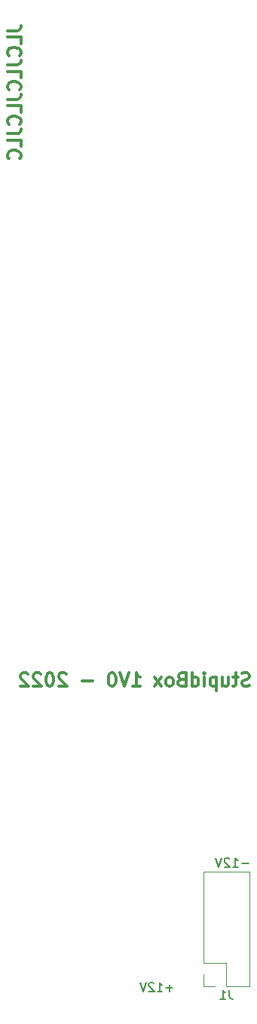
<source format=gbo>
G04 #@! TF.GenerationSoftware,KiCad,Pcbnew,(6.0.0)*
G04 #@! TF.CreationDate,2022-01-24T23:25:09+01:00*
G04 #@! TF.ProjectId,StupidBox,53747570-6964-4426-9f78-2e6b69636164,rev?*
G04 #@! TF.SameCoordinates,Original*
G04 #@! TF.FileFunction,Legend,Bot*
G04 #@! TF.FilePolarity,Positive*
%FSLAX46Y46*%
G04 Gerber Fmt 4.6, Leading zero omitted, Abs format (unit mm)*
G04 Created by KiCad (PCBNEW (6.0.0)) date 2022-01-24 23:25:09*
%MOMM*%
%LPD*%
G01*
G04 APERTURE LIST*
%ADD10C,0.300000*%
%ADD11C,0.150000*%
%ADD12C,0.120000*%
%ADD13R,1.600000X1.600000*%
%ADD14C,1.600000*%
%ADD15C,1.400000*%
%ADD16O,1.600000X1.600000*%
%ADD17R,1.800000X1.800000*%
%ADD18C,1.800000*%
%ADD19R,1.930000X1.830000*%
%ADD20C,2.130000*%
%ADD21C,1.500000*%
%ADD22C,4.000000*%
%ADD23R,1.700000X1.700000*%
%ADD24O,1.700000X1.700000*%
G04 APERTURE END LIST*
D10*
X57857142Y-105607142D02*
X57642857Y-105678571D01*
X57285714Y-105678571D01*
X57142857Y-105607142D01*
X57071428Y-105535714D01*
X57000000Y-105392857D01*
X57000000Y-105250000D01*
X57071428Y-105107142D01*
X57142857Y-105035714D01*
X57285714Y-104964285D01*
X57571428Y-104892857D01*
X57714285Y-104821428D01*
X57785714Y-104750000D01*
X57857142Y-104607142D01*
X57857142Y-104464285D01*
X57785714Y-104321428D01*
X57714285Y-104250000D01*
X57571428Y-104178571D01*
X57214285Y-104178571D01*
X57000000Y-104250000D01*
X56571428Y-104678571D02*
X56000000Y-104678571D01*
X56357142Y-104178571D02*
X56357142Y-105464285D01*
X56285714Y-105607142D01*
X56142857Y-105678571D01*
X56000000Y-105678571D01*
X54857142Y-104678571D02*
X54857142Y-105678571D01*
X55500000Y-104678571D02*
X55500000Y-105464285D01*
X55428571Y-105607142D01*
X55285714Y-105678571D01*
X55071428Y-105678571D01*
X54928571Y-105607142D01*
X54857142Y-105535714D01*
X54142857Y-104678571D02*
X54142857Y-106178571D01*
X54142857Y-104750000D02*
X54000000Y-104678571D01*
X53714285Y-104678571D01*
X53571428Y-104750000D01*
X53500000Y-104821428D01*
X53428571Y-104964285D01*
X53428571Y-105392857D01*
X53500000Y-105535714D01*
X53571428Y-105607142D01*
X53714285Y-105678571D01*
X54000000Y-105678571D01*
X54142857Y-105607142D01*
X52785714Y-105678571D02*
X52785714Y-104678571D01*
X52785714Y-104178571D02*
X52857142Y-104250000D01*
X52785714Y-104321428D01*
X52714285Y-104250000D01*
X52785714Y-104178571D01*
X52785714Y-104321428D01*
X51428571Y-105678571D02*
X51428571Y-104178571D01*
X51428571Y-105607142D02*
X51571428Y-105678571D01*
X51857142Y-105678571D01*
X52000000Y-105607142D01*
X52071428Y-105535714D01*
X52142857Y-105392857D01*
X52142857Y-104964285D01*
X52071428Y-104821428D01*
X52000000Y-104750000D01*
X51857142Y-104678571D01*
X51571428Y-104678571D01*
X51428571Y-104750000D01*
X50214285Y-104892857D02*
X50000000Y-104964285D01*
X49928571Y-105035714D01*
X49857142Y-105178571D01*
X49857142Y-105392857D01*
X49928571Y-105535714D01*
X50000000Y-105607142D01*
X50142857Y-105678571D01*
X50714285Y-105678571D01*
X50714285Y-104178571D01*
X50214285Y-104178571D01*
X50071428Y-104250000D01*
X50000000Y-104321428D01*
X49928571Y-104464285D01*
X49928571Y-104607142D01*
X50000000Y-104750000D01*
X50071428Y-104821428D01*
X50214285Y-104892857D01*
X50714285Y-104892857D01*
X49000000Y-105678571D02*
X49142857Y-105607142D01*
X49214285Y-105535714D01*
X49285714Y-105392857D01*
X49285714Y-104964285D01*
X49214285Y-104821428D01*
X49142857Y-104750000D01*
X49000000Y-104678571D01*
X48785714Y-104678571D01*
X48642857Y-104750000D01*
X48571428Y-104821428D01*
X48500000Y-104964285D01*
X48500000Y-105392857D01*
X48571428Y-105535714D01*
X48642857Y-105607142D01*
X48785714Y-105678571D01*
X49000000Y-105678571D01*
X48000000Y-105678571D02*
X47214285Y-104678571D01*
X48000000Y-104678571D02*
X47214285Y-105678571D01*
X44714285Y-105678571D02*
X45571428Y-105678571D01*
X45142857Y-105678571D02*
X45142857Y-104178571D01*
X45285714Y-104392857D01*
X45428571Y-104535714D01*
X45571428Y-104607142D01*
X44285714Y-104178571D02*
X43785714Y-105678571D01*
X43285714Y-104178571D01*
X42500000Y-104178571D02*
X42357142Y-104178571D01*
X42214285Y-104250000D01*
X42142857Y-104321428D01*
X42071428Y-104464285D01*
X42000000Y-104750000D01*
X42000000Y-105107142D01*
X42071428Y-105392857D01*
X42142857Y-105535714D01*
X42214285Y-105607142D01*
X42357142Y-105678571D01*
X42500000Y-105678571D01*
X42642857Y-105607142D01*
X42714285Y-105535714D01*
X42785714Y-105392857D01*
X42857142Y-105107142D01*
X42857142Y-104750000D01*
X42785714Y-104464285D01*
X42714285Y-104321428D01*
X42642857Y-104250000D01*
X42500000Y-104178571D01*
X40214285Y-105107142D02*
X39071428Y-105107142D01*
X37285714Y-104321428D02*
X37214285Y-104250000D01*
X37071428Y-104178571D01*
X36714285Y-104178571D01*
X36571428Y-104250000D01*
X36500000Y-104321428D01*
X36428571Y-104464285D01*
X36428571Y-104607142D01*
X36500000Y-104821428D01*
X37357142Y-105678571D01*
X36428571Y-105678571D01*
X35500000Y-104178571D02*
X35357142Y-104178571D01*
X35214285Y-104250000D01*
X35142857Y-104321428D01*
X35071428Y-104464285D01*
X35000000Y-104750000D01*
X35000000Y-105107142D01*
X35071428Y-105392857D01*
X35142857Y-105535714D01*
X35214285Y-105607142D01*
X35357142Y-105678571D01*
X35500000Y-105678571D01*
X35642857Y-105607142D01*
X35714285Y-105535714D01*
X35785714Y-105392857D01*
X35857142Y-105107142D01*
X35857142Y-104750000D01*
X35785714Y-104464285D01*
X35714285Y-104321428D01*
X35642857Y-104250000D01*
X35500000Y-104178571D01*
X34428571Y-104321428D02*
X34357142Y-104250000D01*
X34214285Y-104178571D01*
X33857142Y-104178571D01*
X33714285Y-104250000D01*
X33642857Y-104321428D01*
X33571428Y-104464285D01*
X33571428Y-104607142D01*
X33642857Y-104821428D01*
X34500000Y-105678571D01*
X33571428Y-105678571D01*
X33000000Y-104321428D02*
X32928571Y-104250000D01*
X32785714Y-104178571D01*
X32428571Y-104178571D01*
X32285714Y-104250000D01*
X32214285Y-104321428D01*
X32142857Y-104464285D01*
X32142857Y-104607142D01*
X32214285Y-104821428D01*
X33071428Y-105678571D01*
X32142857Y-105678571D01*
D11*
X49261904Y-139571428D02*
X48500000Y-139571428D01*
X48880952Y-139952380D02*
X48880952Y-139190476D01*
X47500000Y-139952380D02*
X48071428Y-139952380D01*
X47785714Y-139952380D02*
X47785714Y-138952380D01*
X47880952Y-139095238D01*
X47976190Y-139190476D01*
X48071428Y-139238095D01*
X47119047Y-139047619D02*
X47071428Y-139000000D01*
X46976190Y-138952380D01*
X46738095Y-138952380D01*
X46642857Y-139000000D01*
X46595238Y-139047619D01*
X46547619Y-139142857D01*
X46547619Y-139238095D01*
X46595238Y-139380952D01*
X47166666Y-139952380D01*
X46547619Y-139952380D01*
X46261904Y-138952380D02*
X45928571Y-139952380D01*
X45595238Y-138952380D01*
D10*
X30678571Y-32071428D02*
X31750000Y-32071428D01*
X31964285Y-32000000D01*
X32107142Y-31857142D01*
X32178571Y-31642857D01*
X32178571Y-31500000D01*
X32178571Y-33500000D02*
X32178571Y-32785714D01*
X30678571Y-32785714D01*
X32035714Y-34857142D02*
X32107142Y-34785714D01*
X32178571Y-34571428D01*
X32178571Y-34428571D01*
X32107142Y-34214285D01*
X31964285Y-34071428D01*
X31821428Y-34000000D01*
X31535714Y-33928571D01*
X31321428Y-33928571D01*
X31035714Y-34000000D01*
X30892857Y-34071428D01*
X30750000Y-34214285D01*
X30678571Y-34428571D01*
X30678571Y-34571428D01*
X30750000Y-34785714D01*
X30821428Y-34857142D01*
X30678571Y-35928571D02*
X31750000Y-35928571D01*
X31964285Y-35857142D01*
X32107142Y-35714285D01*
X32178571Y-35500000D01*
X32178571Y-35357142D01*
X32178571Y-37357142D02*
X32178571Y-36642857D01*
X30678571Y-36642857D01*
X32035714Y-38714285D02*
X32107142Y-38642857D01*
X32178571Y-38428571D01*
X32178571Y-38285714D01*
X32107142Y-38071428D01*
X31964285Y-37928571D01*
X31821428Y-37857142D01*
X31535714Y-37785714D01*
X31321428Y-37785714D01*
X31035714Y-37857142D01*
X30892857Y-37928571D01*
X30750000Y-38071428D01*
X30678571Y-38285714D01*
X30678571Y-38428571D01*
X30750000Y-38642857D01*
X30821428Y-38714285D01*
X30678571Y-39785714D02*
X31750000Y-39785714D01*
X31964285Y-39714285D01*
X32107142Y-39571428D01*
X32178571Y-39357142D01*
X32178571Y-39214285D01*
X32178571Y-41214285D02*
X32178571Y-40500000D01*
X30678571Y-40500000D01*
X32035714Y-42571428D02*
X32107142Y-42500000D01*
X32178571Y-42285714D01*
X32178571Y-42142857D01*
X32107142Y-41928571D01*
X31964285Y-41785714D01*
X31821428Y-41714285D01*
X31535714Y-41642857D01*
X31321428Y-41642857D01*
X31035714Y-41714285D01*
X30892857Y-41785714D01*
X30750000Y-41928571D01*
X30678571Y-42142857D01*
X30678571Y-42285714D01*
X30750000Y-42500000D01*
X30821428Y-42571428D01*
X30678571Y-43642857D02*
X31750000Y-43642857D01*
X31964285Y-43571428D01*
X32107142Y-43428571D01*
X32178571Y-43214285D01*
X32178571Y-43071428D01*
X32178571Y-45071428D02*
X32178571Y-44357142D01*
X30678571Y-44357142D01*
X32035714Y-46428571D02*
X32107142Y-46357142D01*
X32178571Y-46142857D01*
X32178571Y-46000000D01*
X32107142Y-45785714D01*
X31964285Y-45642857D01*
X31821428Y-45571428D01*
X31535714Y-45500000D01*
X31321428Y-45500000D01*
X31035714Y-45571428D01*
X30892857Y-45642857D01*
X30750000Y-45785714D01*
X30678571Y-46000000D01*
X30678571Y-46142857D01*
X30750000Y-46357142D01*
X30821428Y-46428571D01*
D11*
X57761904Y-125571428D02*
X57000000Y-125571428D01*
X56000000Y-125952380D02*
X56571428Y-125952380D01*
X56285714Y-125952380D02*
X56285714Y-124952380D01*
X56380952Y-125095238D01*
X56476190Y-125190476D01*
X56571428Y-125238095D01*
X55619047Y-125047619D02*
X55571428Y-125000000D01*
X55476190Y-124952380D01*
X55238095Y-124952380D01*
X55142857Y-125000000D01*
X55095238Y-125047619D01*
X55047619Y-125142857D01*
X55047619Y-125238095D01*
X55095238Y-125380952D01*
X55666666Y-125952380D01*
X55047619Y-125952380D01*
X54761904Y-124952380D02*
X54428571Y-125952380D01*
X54095238Y-124952380D01*
X55603333Y-139782380D02*
X55603333Y-140496666D01*
X55650952Y-140639523D01*
X55746190Y-140734761D01*
X55889047Y-140782380D01*
X55984285Y-140782380D01*
X54603333Y-140782380D02*
X55174761Y-140782380D01*
X54889047Y-140782380D02*
X54889047Y-139782380D01*
X54984285Y-139925238D01*
X55079523Y-140020476D01*
X55174761Y-140068095D01*
D12*
X57870000Y-139330000D02*
X57870000Y-126510000D01*
X52670000Y-136730000D02*
X52670000Y-126510000D01*
X52670000Y-136730000D02*
X55270000Y-136730000D01*
X55270000Y-139330000D02*
X57870000Y-139330000D01*
X55270000Y-136730000D02*
X55270000Y-139330000D01*
X52670000Y-138000000D02*
X52670000Y-139330000D01*
X52670000Y-139330000D02*
X54000000Y-139330000D01*
X52670000Y-126510000D02*
X57870000Y-126510000D01*
%LPC*%
D13*
X50000000Y-132000000D03*
D14*
X50000000Y-134000000D03*
D13*
X33000000Y-137000000D03*
D14*
X35000000Y-137000000D03*
D15*
X32000000Y-85000000D03*
X32000000Y-87500000D03*
D14*
X42000000Y-123000000D03*
X37000000Y-123000000D03*
D13*
X49000000Y-63000000D03*
D14*
X51000000Y-63000000D03*
X49000000Y-83000000D03*
X44000000Y-83000000D03*
D15*
X53000000Y-83500000D03*
X53000000Y-86000000D03*
D13*
X32500000Y-72190000D03*
D16*
X32500000Y-79810000D03*
D17*
X55000000Y-117000000D03*
D18*
X52460000Y-117000000D03*
D19*
X38500000Y-91000000D03*
D20*
X38500000Y-102400000D03*
X38500000Y-94100000D03*
D14*
X33000000Y-120000000D03*
D16*
X33000000Y-107300000D03*
D14*
X37000000Y-120000000D03*
D16*
X37000000Y-107300000D03*
D14*
X36000000Y-82700000D03*
D16*
X36000000Y-70000000D03*
D14*
X40000000Y-70000000D03*
D16*
X40000000Y-82700000D03*
D21*
X55425000Y-110000000D03*
X52025000Y-110000000D03*
D14*
X58000000Y-123000000D03*
D16*
X45300000Y-123000000D03*
D14*
X47350000Y-87000000D03*
D16*
X34650000Y-87000000D03*
X45820000Y-130200000D03*
X45820000Y-132740000D03*
X45820000Y-135280000D03*
X45820000Y-137820000D03*
X38200000Y-137820000D03*
X38200000Y-135280000D03*
X38200000Y-132740000D03*
D13*
X38200000Y-130200000D03*
D22*
X46100000Y-39000000D03*
X54900000Y-39000000D03*
D18*
X53000000Y-46000000D03*
X50500000Y-46000000D03*
X48000000Y-46000000D03*
D22*
X43900000Y-56000000D03*
X35100000Y-56000000D03*
D18*
X42000000Y-63000000D03*
X39500000Y-63000000D03*
X37000000Y-63000000D03*
D22*
X46100000Y-73000000D03*
X54900000Y-73000000D03*
D18*
X53000000Y-80000000D03*
X50500000Y-80000000D03*
X48000000Y-80000000D03*
D14*
X35000000Y-46350000D03*
D16*
X35000000Y-33650000D03*
D14*
X41000000Y-46350000D03*
D16*
X41000000Y-33650000D03*
D13*
X33000000Y-122500000D03*
D16*
X33000000Y-130120000D03*
D19*
X45000000Y-108000000D03*
D20*
X45000000Y-119400000D03*
X45000000Y-111100000D03*
D19*
X51500000Y-91000000D03*
D20*
X51500000Y-102400000D03*
X51500000Y-94100000D03*
D23*
X54000000Y-138000000D03*
D24*
X56540000Y-138000000D03*
X54000000Y-135460000D03*
X56540000Y-135460000D03*
X54000000Y-132920000D03*
X56540000Y-132920000D03*
X54000000Y-130380000D03*
X56540000Y-130380000D03*
X54000000Y-127840000D03*
X56540000Y-127840000D03*
M02*

</source>
